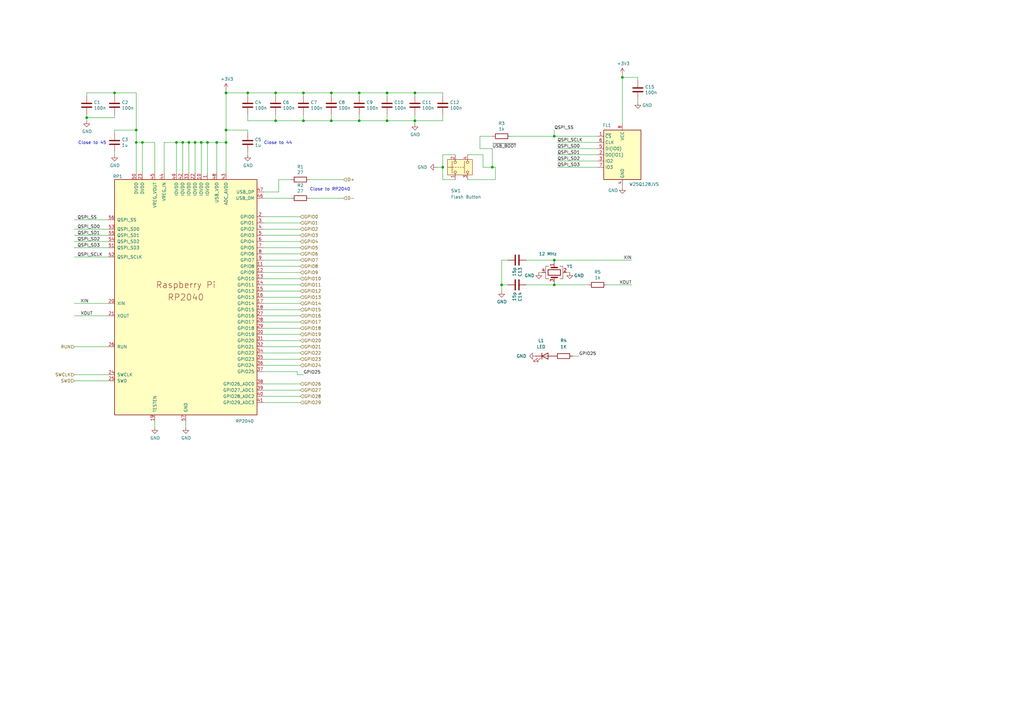
<source format=kicad_sch>
(kicad_sch (version 20231120) (generator "eeschema") (generator_version "8.0")
  (paper "A3")
  (title_block (title "Versa") (date "2024-12-29") (rev "1.0") (company "Mikhail Matveev") (comment 1 "https://github.com/xtremespb/versa"))
  (lib_symbols
    (symbol "Device:C" (pin_numbers hide) (pin_names (offset 0.254))
      (property "Reference" "C" (at 0.635 2.54 0))
      (property "Value" "C" (at 0.635 -2.54 0))
      (symbol "C_0_1"
        (polyline (pts (xy -2.032 -0.762) (xy 2.032 -0.762)) (stroke (width 0.508)))
        (polyline (pts (xy -2.032 0.762) (xy 2.032 0.762)) (stroke (width 0.508)))
      )
      (symbol "C_1_1"
        (pin passive line (at 0 3.81 270) (length 2.794) (name "~") (number "1"))
        (pin passive line (at 0 -3.81 90) (length 2.794) (name "~") (number "2"))
      )
    )
    (symbol "Device:Crystal_GND24" (pin_names (offset 1.016) hide)
      (property "Reference" "Y" (at 3.175 5.08 0))
      (property "Value" "Crystal_GND24" (at 3.175 3.175 0))
      (symbol "Crystal_GND24_0_1"
        (rectangle (start -1.143 2.54) (end 1.143 -2.54) (stroke (width 0.3048)))
        (polyline (pts (xy -2.54 0) (xy -2.032 0)))
        (polyline (pts (xy -2.032 -1.27) (xy -2.032 1.27)) (stroke (width 0.508)))
        (polyline (pts (xy 0 -3.81) (xy 0 -3.556)))
        (polyline (pts (xy 0 3.556) (xy 0 3.81)))
        (polyline (pts (xy 2.032 -1.27) (xy 2.032 1.27)) (stroke (width 0.508)))
        (polyline (pts (xy 2.032 0) (xy 2.54 0)))
        (polyline (pts (xy -2.54 -2.286) (xy -2.54 -3.556) (xy 2.54 -3.556) (xy 2.54 -2.286)))
        (polyline (pts (xy -2.54 2.286) (xy -2.54 3.556) (xy 2.54 3.556) (xy 2.54 2.286)))
      )
      (symbol "Crystal_GND24_1_1"
        (pin passive line (at -3.81 0 0) (length 1.27) (name "1") (number "1"))
        (pin passive line (at 0 5.08 270) (length 1.27) (name "2") (number "2"))
        (pin passive line (at 3.81 0 180) (length 1.27) (name "3") (number "3"))
        (pin passive line (at 0 -5.08 90) (length 1.27) (name "4") (number "4"))
      )
    )
    (symbol "Device:LED" (pin_numbers hide) (pin_names (offset 1.016) hide)
      (property "Reference" "D" (at 0 2.54 0))
      (property "Value" "LED" (at 0 -2.54 0))
      (symbol "LED_0_1"
        (polyline (pts (xy -1.27 -1.27) (xy -1.27 1.27)) (stroke (width 0.254)))
        (polyline (pts (xy -1.27 0) (xy 1.27 0)))
        (polyline (pts (xy 1.27 -1.27) (xy 1.27 1.27) (xy -1.27 0) (xy 1.27 -1.27)) (stroke (width 0.254)))
        (polyline (pts (xy -3.048 -0.762) (xy -4.572 -2.286) (xy -3.81 -2.286) (xy -4.572 -2.286) (xy -4.572 -1.524)))
        (polyline (pts (xy -1.778 -0.762) (xy -3.302 -2.286) (xy -2.54 -2.286) (xy -3.302 -2.286) (xy -3.302 -1.524)))
      )
      (symbol "LED_1_1"
        (pin passive line (at -3.81 0 0) (length 2.54) (name "K") (number "1"))
        (pin passive line (at 3.81 0 180) (length 2.54) (name "A") (number "2"))
      )
    )
    (symbol "Device:R" (pin_numbers hide) (pin_names (offset 0))
      (property "Reference" "R" (at 2.032 0 90))
      (property "Value" "R" (at 0 0 90))
      (symbol "R_0_1"
        (rectangle (start -1.016 -2.54) (end 1.016 2.54) (stroke (width 0.254)))
      )
      (symbol "R_1_1"
        (pin passive line (at 0 3.81 270) (length 1.27) (name "~") (number "1"))
        (pin passive line (at 0 -3.81 90) (length 1.27) (name "~") (number "2"))
      )
    )
    (symbol "GND_1" (power) (pin_numbers hide) (pin_names (offset 0) hide)
      (property "Value" "GND" (at 0 -3.81 0))
      (symbol "GND_1_0_1"
        (polyline (pts (xy 0 0) (xy 0 -1.27) (xy 1.27 -1.27) (xy 0 -2.54) (xy -1.27 -1.27) (xy 0 -1.27)))
      )
      (symbol "GND_1_1_1"
        (pin power_in line (at 0 0 270) (length 0) (name "~") (number "1"))
      )
    )
    (symbol "GND_2" (power) (pin_numbers hide) (pin_names (offset 0) hide)
      (property "Value" "GND" (at 0 -3.81 0))
      (symbol "GND_2_0_1"
        (polyline (pts (xy 0 0) (xy 0 -1.27) (xy 1.27 -1.27) (xy 0 -2.54) (xy -1.27 -1.27) (xy 0 -1.27)))
      )
      (symbol "GND_2_1_1"
        (pin power_in line (at 0 0 270) (length 0) (name "~") (number "1"))
      )
    )
    (symbol "MCU_RaspberryPi_RP2040:RP2040" (pin_names (offset 1.016))
      (property "Reference" "U" (at -29.21 49.53 0))
      (property "Value" "RP2040" (at 24.13 -49.53 0))
      (symbol "RP2040_0_0"
        (text "Raspberry Pi" (at 0 5.08 0) (effects (font (size 2.54 2.54))))
        (text "RP2040" (at 0 0 0) (effects (font (size 2.54 2.54))))
      )
      (symbol "RP2040_0_1"
        (rectangle (start 29.21 48.26) (end -29.21 -48.26) (stroke (width 0.254)) (fill (type background)))
      )
      (symbol "RP2040_1_1"
        (pin power_in line (at 8.89 50.8 270) (length 2.54) (name "IOVDD") (number "1"))
        (pin power_in line (at 6.35 50.8 270) (length 2.54) (name "IOVDD") (number "10"))
        (pin bidirectional line (at 31.75 12.7 180) (length 2.54) (name "GPIO8") (number "11"))
        (pin bidirectional line (at 31.75 10.16 180) (length 2.54) (name "GPIO9") (number "12"))
        (pin bidirectional line (at 31.75 7.62 180) (length 2.54) (name "GPIO10") (number "13"))
        (pin bidirectional line (at 31.75 5.08 180) (length 2.54) (name "GPIO11") (number "14"))
        (pin bidirectional line (at 31.75 2.54 180) (length 2.54) (name "GPIO12") (number "15"))
        (pin bidirectional line (at 31.75 0 180) (length 2.54) (name "GPIO13") (number "16"))
        (pin bidirectional line (at 31.75 -2.54 180) (length 2.54) (name "GPIO14") (number "17"))
        (pin bidirectional line (at 31.75 -5.08 180) (length 2.54) (name "GPIO15") (number "18"))
        (pin passive line (at -12.7 -50.8 90) (length 2.54) (name "TESTEN") (number "19"))
        (pin bidirectional line (at 31.75 33.02 180) (length 2.54) (name "GPIO0") (number "2"))
        (pin input line (at -31.75 -2.54 0) (length 2.54) (name "XIN") (number "20"))
        (pin passive line (at -31.75 -7.62 0) (length 2.54) (name "XOUT") (number "21"))
        (pin power_in line (at 3.81 50.8 270) (length 2.54) (name "IOVDD") (number "22"))
        (pin power_in line (at -17.78 50.8 270) (length 2.54) (name "DVDD") (number "23"))
        (pin output line (at -31.75 -31.75 0) (length 2.54) (name "SWCLK") (number "24"))
        (pin bidirectional line (at -31.75 -34.29 0) (length 2.54) (name "SWD") (number "25"))
        (pin input line (at -31.75 -20.32 0) (length 2.54) (name "RUN") (number "26"))
        (pin bidirectional line (at 31.75 -7.62 180) (length 2.54) (name "GPIO16") (number "27"))
        (pin bidirectional line (at 31.75 -10.16 180) (length 2.54) (name "GPIO17") (number "28"))
        (pin bidirectional line (at 31.75 -12.7 180) (length 2.54) (name "GPIO18") (number "29"))
        (pin bidirectional line (at 31.75 30.48 180) (length 2.54) (name "GPIO1") (number "3"))
        (pin bidirectional line (at 31.75 -15.24 180) (length 2.54) (name "GPIO19") (number "30"))
        (pin bidirectional line (at 31.75 -17.78 180) (length 2.54) (name "GPIO20") (number "31"))
        (pin bidirectional line (at 31.75 -20.32 180) (length 2.54) (name "GPIO21") (number "32"))
        (pin power_in line (at 1.27 50.8 270) (length 2.54) (name "IOVDD") (number "33"))
        (pin bidirectional line (at 31.75 -22.86 180) (length 2.54) (name "GPIO22") (number "34"))
        (pin bidirectional line (at 31.75 -25.4 180) (length 2.54) (name "GPIO23") (number "35"))
        (pin bidirectional line (at 31.75 -27.94 180) (length 2.54) (name "GPIO24") (number "36"))
        (pin bidirectional line (at 31.75 -30.48 180) (length 2.54) (name "GPIO25") (number "37"))
        (pin bidirectional line (at 31.75 -35.56 180) (length 2.54) (name "GPIO26_ADC0") (number "38"))
        (pin bidirectional line (at 31.75 -38.1 180) (length 2.54) (name "GPIO27_ADC1") (number "39"))
        (pin bidirectional line (at 31.75 27.94 180) (length 2.54) (name "GPIO2") (number "4"))
        (pin bidirectional line (at 31.75 -40.64 180) (length 2.54) (name "GPIO28_ADC2") (number "40"))
        (pin bidirectional line (at 31.75 -43.18 180) (length 2.54) (name "GPIO29_ADC3") (number "41"))
        (pin power_in line (at -1.27 50.8 270) (length 2.54) (name "IOVDD") (number "42"))
        (pin power_in line (at 16.51 50.8 270) (length 2.54) (name "ADC_AVDD") (number "43"))
        (pin power_in line (at -8.89 50.8 270) (length 2.54) (name "VREG_IN") (number "44"))
        (pin power_out line (at -12.7 50.8 270) (length 2.54) (name "VREG_VOUT") (number "45"))
        (pin bidirectional line (at 31.75 40.64 180) (length 2.54) (name "USB_DM") (number "46"))
        (pin bidirectional line (at 31.75 43.18 180) (length 2.54) (name "USB_DP") (number "47"))
        (pin power_in line (at 12.7 50.8 270) (length 2.54) (name "USB_VDD") (number "48"))
        (pin power_in line (at -3.81 50.8 270) (length 2.54) (name "IOVDD") (number "49"))
        (pin bidirectional line (at 31.75 25.4 180) (length 2.54) (name "GPIO3") (number "5"))
        (pin power_in line (at -20.32 50.8 270) (length 2.54) (name "DVDD") (number "50"))
        (pin bidirectional line (at -31.75 20.32 0) (length 2.54) (name "QSPI_SD3") (number "51"))
        (pin output line (at -31.75 16.51 0) (length 2.54) (name "QSPI_SCLK") (number "52"))
        (pin bidirectional line (at -31.75 27.94 0) (length 2.54) (name "QSPI_SD0") (number "53"))
        (pin bidirectional line (at -31.75 22.86 0) (length 2.54) (name "QSPI_SD2") (number "54"))
        (pin bidirectional line (at -31.75 25.4 0) (length 2.54) (name "QSPI_SD1") (number "55"))
        (pin bidirectional line (at -31.75 31.75 0) (length 2.54) (name "QSPI_SS") (number "56"))
        (pin power_in line (at 0 -50.8 90) (length 2.54) (name "GND") (number "57"))
        (pin bidirectional line (at 31.75 22.86 180) (length 2.54) (name "GPIO4") (number "6"))
        (pin bidirectional line (at 31.75 20.32 180) (length 2.54) (name "GPIO5") (number "7"))
        (pin bidirectional line (at 31.75 17.78 180) (length 2.54) (name "GPIO6") (number "8"))
        (pin bidirectional line (at 31.75 15.24 180) (length 2.54) (name "GPIO7") (number "9"))
      )
    )
    (symbol "Memory_Flash:W25Q128JVS"
      (property "Reference" "U" (at -8.89 8.89 0))
      (property "Value" "W25Q128JVS" (at 7.62 8.89 0))
      (symbol "W25Q128JVS_0_1"
        (rectangle (start -7.62 10.16) (end 7.62 -10.16) (stroke (width 0.254)) (fill (type background)))
      )
      (symbol "W25Q128JVS_1_1"
        (pin input line (at -10.16 7.62 0) (length 2.54) (name "~{CS}") (number "1"))
        (pin bidirectional line (at -10.16 0 0) (length 2.54) (name "DO(IO1)") (number "2"))
        (pin bidirectional line (at -10.16 -2.54 0) (length 2.54) (name "IO2") (number "3"))
        (pin power_in line (at 0 -12.7 90) (length 2.54) (name "GND") (number "4"))
        (pin bidirectional line (at -10.16 2.54 0) (length 2.54) (name "DI(IO0)") (number "5"))
        (pin input line (at -10.16 5.08 0) (length 2.54) (name "CLK") (number "6"))
        (pin bidirectional line (at -10.16 -5.08 0) (length 2.54) (name "IO3") (number "7"))
        (pin power_in line (at 0 12.7 270) (length 2.54) (name "VCC") (number "8"))
      )
    )
    (symbol "Switch:SW_Push_Dual" (pin_names (offset 1.016) hide)
      (property "Reference" "SW" (at 0 7.62 0))
      (property "Value" "SW_Push_Dual" (at 0 -6.35 0))
      (symbol "SW_Push_Dual_0_1"
        (circle (center -2.032 -2.54) (radius 0.508))
        (circle (center -2.032 2.54) (radius 0.508))
        (polyline (pts (xy 0 -0.508) (xy 0 -1.016)))
        (polyline (pts (xy 0 0.508) (xy 0 0)))
        (polyline (pts (xy 0 1.016) (xy 0 1.524)))
        (polyline (pts (xy 0 2.032) (xy 0 2.54)))
        (polyline (pts (xy 0 3.048) (xy 0 3.556)))
        (polyline (pts (xy 0 3.81) (xy 0 5.588)))
        (polyline (pts (xy 2.54 -1.27) (xy -2.54 -1.27)))
        (polyline (pts (xy 2.54 3.81) (xy -2.54 3.81)))
        (circle (center 2.032 -2.54) (radius 0.508))
        (circle (center 2.032 2.54) (radius 0.508))
        (pin passive line (at -5.08 2.54 0) (length 2.54) (name "1") (number "1"))
        (pin passive line (at 5.08 2.54 180) (length 2.54) (name "2") (number "2"))
        (pin passive line (at -5.08 -2.54 0) (length 2.54) (name "3") (number "3"))
        (pin passive line (at 5.08 -2.54 180) (length 2.54) (name "4") (number "4"))
      )
      (symbol "SW_Push_Dual_1_1"
        (rectangle (start -3.175 5.715) (end 3.175 -4.445) (fill (type background)))
      )
    )
    (symbol "power:+3V3" (power) (pin_names (offset 0))
      (property "Value" "+3V3" (at 0 3.556 0))
      (symbol "+3V3_0_1"
        (polyline (pts (xy -0.762 1.27) (xy 0 2.54)))
        (polyline (pts (xy 0 0) (xy 0 2.54)))
        (polyline (pts (xy 0 2.54) (xy 0.762 1.27)))
      )
      (symbol "+3V3_1_1"
        (pin power_in line (at 0 0 90) (length 0) hide (name "+3V3") (number "1"))
      )
    )
    (symbol "power:GND" (power) (pin_names (offset 0))
      (property "Value" "GND" (at 0 -3.81 0))
      (symbol "GND_0_1"
        (polyline (pts (xy 0 0) (xy 0 -1.27) (xy 1.27 -1.27) (xy 0 -2.54) (xy -1.27 -1.27) (xy 0 -1.27)))
      )
      (symbol "GND_1_1"
        (pin power_in line (at 0 0 270) (length 0) hide (name "GND") (number "1"))
      )
    )
  )
  (junction (at 58.42 58.42))
  (junction (at 205.74 116.84))
  (junction (at 113.03 49.53))
  (junction (at 88.9 58.42))
  (junction (at 101.6 38.1))
  (junction (at 158.75 49.53))
  (junction (at 72.39 58.42))
  (junction (at 170.18 38.1))
  (junction (at 82.55 58.42))
  (junction (at 92.71 53.34))
  (junction (at 170.18 49.53))
  (junction (at 35.56 48.26))
  (junction (at 147.32 49.53))
  (junction (at 80.01 58.42))
  (junction (at 135.89 38.1))
  (junction (at 55.88 53.34))
  (junction (at 113.03 38.1))
  (junction (at 46.99 38.1))
  (junction (at 227.33 55.88))
  (junction (at 135.89 49.53))
  (junction (at 92.71 38.1))
  (junction (at 85.09 58.42))
  (junction (at 74.93 58.42))
  (junction (at 227.33 116.84))
  (junction (at 158.75 38.1))
  (junction (at 124.46 38.1))
  (junction (at 92.71 58.42))
  (junction (at 55.88 58.42))
  (junction (at 77.47 58.42))
  (junction (at 255.27 31.75))
  (junction (at 201.93 68.58))
  (junction (at 227.33 106.68))
  (junction (at 124.46 49.53))
  (junction (at 147.32 38.1))
  (junction (at 181.61 68.58))
  (wire (pts (xy 58.42 58.42) (xy 55.88 58.42)))
  (wire (pts (xy 245.11 60.96) (xy 228.6 60.96)))
  (wire (pts (xy 127 73.66) (xy 140.97 73.66)))
  (wire (pts (xy 107.95 104.14) (xy 123.19 104.14)))
  (wire (pts (xy 181.61 63.5) (xy 181.61 68.58)))
  (wire (pts (xy 121.92 152.4) (xy 107.95 152.4)))
  (wire (pts (xy 46.99 48.26) (xy 46.99 46.99)))
  (wire (pts (xy 170.18 46.99) (xy 170.18 49.53)))
  (wire (pts (xy 196.85 60.96) (xy 196.85 55.88)))
  (wire (pts (xy 255.27 31.75) (xy 255.27 50.8)))
  (wire (pts (xy 114.3 73.66) (xy 114.3 78.74)))
  (wire (pts (xy 82.55 58.42) (xy 85.09 58.42)))
  (wire (pts (xy 158.75 39.37) (xy 158.75 38.1)))
  (wire (pts (xy 92.71 38.1) (xy 101.6 38.1)))
  (wire (pts (xy 101.6 46.99) (xy 101.6 49.53)))
  (wire (pts (xy 101.6 39.37) (xy 101.6 38.1)))
  (wire (pts (xy 67.31 58.42) (xy 72.39 58.42)))
  (wire (pts (xy 205.74 106.68) (xy 205.74 116.84)))
  (wire (pts (xy 261.62 40.64) (xy 261.62 41.91)))
  (wire (pts (xy 181.61 39.37) (xy 181.61 38.1)))
  (wire (pts (xy 107.95 142.24) (xy 123.19 142.24)))
  (wire (pts (xy 107.95 160.02) (xy 123.19 160.02)))
  (wire (pts (xy 113.03 39.37) (xy 113.03 38.1)))
  (wire (pts (xy 261.62 33.02) (xy 261.62 31.75)))
  (wire (pts (xy 101.6 62.23) (xy 101.6 63.5)))
  (wire (pts (xy 80.01 58.42) (xy 82.55 58.42)))
  (wire (pts (xy 215.9 106.68) (xy 227.33 106.68)))
  (wire (pts (xy 92.71 58.42) (xy 92.71 71.12)))
  (wire (pts (xy 63.5 71.12) (xy 63.5 58.42)))
  (wire (pts (xy 30.48 99.06) (xy 44.45 99.06)))
  (wire (pts (xy 107.95 165.1) (xy 123.19 165.1)))
  (wire (pts (xy 201.93 68.58) (xy 201.93 60.96)))
  (wire (pts (xy 113.03 46.99) (xy 113.03 49.53)))
  (wire (pts (xy 46.99 39.37) (xy 46.99 38.1)))
  (wire (pts (xy 227.33 55.88) (xy 245.11 55.88)))
  (wire (pts (xy 107.95 127) (xy 123.19 127)))
  (wire (pts (xy 196.85 55.88) (xy 201.93 55.88)))
  (wire (pts (xy 30.48 124.46) (xy 44.45 124.46)))
  (wire (pts (xy 107.95 96.52) (xy 123.19 96.52)))
  (wire (pts (xy 181.61 46.99) (xy 181.61 49.53)))
  (wire (pts (xy 201.93 68.58) (xy 203.2 68.58)))
  (wire (pts (xy 208.28 106.68) (xy 205.74 106.68)))
  (wire (pts (xy 46.99 62.23) (xy 46.99 63.5)))
  (wire (pts (xy 107.95 101.6) (xy 123.19 101.6)))
  (wire (pts (xy 46.99 54.61) (xy 46.99 53.34)))
  (wire (pts (xy 92.71 53.34) (xy 92.71 58.42)))
  (wire (pts (xy 92.71 38.1) (xy 92.71 53.34)))
  (wire (pts (xy 127 81.28) (xy 140.97 81.28)))
  (wire (pts (xy 101.6 54.61) (xy 101.6 53.34)))
  (wire (pts (xy 88.9 71.12) (xy 88.9 58.42)))
  (wire (pts (xy 158.75 46.99) (xy 158.75 49.53)))
  (wire (pts (xy 55.88 53.34) (xy 55.88 58.42)))
  (wire (pts (xy 44.45 129.54) (xy 30.48 129.54)))
  (wire (pts (xy 191.77 63.5) (xy 198.12 63.5)))
  (wire (pts (xy 44.45 153.67) (xy 30.48 153.67)))
  (wire (pts (xy 107.95 124.46) (xy 123.19 124.46)))
  (wire (pts (xy 215.9 116.84) (xy 227.33 116.84)))
  (wire (pts (xy 107.95 139.7) (xy 123.19 139.7)))
  (wire (pts (xy 147.32 49.53) (xy 135.89 49.53)))
  (wire (pts (xy 72.39 58.42) (xy 74.93 58.42)))
  (wire (pts (xy 245.11 68.58) (xy 228.6 68.58)))
  (wire (pts (xy 101.6 38.1) (xy 113.03 38.1)))
  (wire (pts (xy 220.98 111.76) (xy 222.25 111.76)))
  (wire (pts (xy 228.6 58.42) (xy 245.11 58.42)))
  (wire (pts (xy 107.95 162.56) (xy 123.19 162.56)))
  (wire (pts (xy 181.61 63.5) (xy 186.69 63.5)))
  (wire (pts (xy 67.31 71.12) (xy 67.31 58.42)))
  (wire (pts (xy 88.9 58.42) (xy 92.71 58.42)))
  (wire (pts (xy 46.99 53.34) (xy 55.88 53.34)))
  (wire (pts (xy 209.55 55.88) (xy 227.33 55.88)))
  (wire (pts (xy 35.56 46.99) (xy 35.56 48.26)))
  (wire (pts (xy 135.89 38.1) (xy 147.32 38.1)))
  (wire (pts (xy 107.95 99.06) (xy 123.19 99.06)))
  (wire (pts (xy 107.95 114.3) (xy 123.19 114.3)))
  (wire (pts (xy 147.32 38.1) (xy 158.75 38.1)))
  (wire (pts (xy 227.33 115.57) (xy 227.33 116.84)))
  (wire (pts (xy 55.88 38.1) (xy 55.88 53.34)))
  (wire (pts (xy 245.11 63.5) (xy 228.6 63.5)))
  (wire (pts (xy 170.18 38.1) (xy 181.61 38.1)))
  (wire (pts (xy 208.28 116.84) (xy 205.74 116.84)))
  (wire (pts (xy 191.77 73.66) (xy 203.2 73.66)))
  (wire (pts (xy 227.33 107.95) (xy 227.33 106.68)))
  (wire (pts (xy 114.3 73.66) (xy 119.38 73.66)))
  (wire (pts (xy 30.48 101.6) (xy 44.45 101.6)))
  (wire (pts (xy 107.95 147.32) (xy 123.19 147.32)))
  (wire (pts (xy 203.2 68.58) (xy 203.2 73.66)))
  (wire (pts (xy 107.95 129.54) (xy 123.19 129.54)))
  (wire (pts (xy 80.01 71.12) (xy 80.01 58.42)))
  (wire (pts (xy 147.32 46.99) (xy 147.32 49.53)))
  (wire (pts (xy 72.39 71.12) (xy 72.39 58.42)))
  (wire (pts (xy 30.48 93.98) (xy 44.45 93.98)))
  (wire (pts (xy 198.12 68.58) (xy 198.12 63.5)))
  (wire (pts (xy 107.95 106.68) (xy 123.19 106.68)))
  (wire (pts (xy 255.27 76.835) (xy 255.27 76.2)))
  (wire (pts (xy 227.33 106.68) (xy 259.08 106.68)))
  (wire (pts (xy 181.61 73.66) (xy 186.69 73.66)))
  (wire (pts (xy 158.75 38.1) (xy 170.18 38.1)))
  (wire (pts (xy 113.03 38.1) (xy 124.46 38.1)))
  (wire (pts (xy 63.5 172.72) (xy 63.5 175.26)))
  (wire (pts (xy 107.95 132.08) (xy 123.19 132.08)))
  (wire (pts (xy 234.95 146.05) (xy 237.49 146.05)))
  (wire (pts (xy 248.92 116.84) (xy 259.08 116.84)))
  (wire (pts (xy 107.95 116.84) (xy 123.19 116.84)))
  (wire (pts (xy 107.95 78.74) (xy 114.3 78.74)))
  (wire (pts (xy 124.46 46.99) (xy 124.46 49.53)))
  (wire (pts (xy 255.27 30.48) (xy 255.27 31.75)))
  (wire (pts (xy 147.32 39.37) (xy 147.32 38.1)))
  (wire (pts (xy 227.33 116.84) (xy 241.3 116.84)))
  (wire (pts (xy 107.95 81.28) (xy 119.38 81.28)))
  (wire (pts (xy 35.56 48.26) (xy 46.99 48.26)))
  (wire (pts (xy 124.46 39.37) (xy 124.46 38.1)))
  (wire (pts (xy 107.95 91.44) (xy 123.19 91.44)))
  (wire (pts (xy 158.75 49.53) (xy 147.32 49.53)))
  (wire (pts (xy 92.71 53.34) (xy 101.6 53.34)))
  (wire (pts (xy 205.74 116.84) (xy 205.74 119.38)))
  (wire (pts (xy 170.18 49.53) (xy 181.61 49.53)))
  (wire (pts (xy 55.88 58.42) (xy 55.88 71.12)))
  (wire (pts (xy 201.93 60.96) (xy 196.85 60.96)))
  (wire (pts (xy 44.45 142.24) (xy 30.48 142.24)))
  (wire (pts (xy 44.45 156.21) (xy 30.48 156.21)))
  (wire (pts (xy 170.18 39.37) (xy 170.18 38.1)))
  (wire (pts (xy 85.09 58.42) (xy 88.9 58.42)))
  (wire (pts (xy 121.92 153.67) (xy 124.46 153.67)))
  (wire (pts (xy 107.95 119.38) (xy 123.19 119.38)))
  (wire (pts (xy 135.89 46.99) (xy 135.89 49.53)))
  (wire (pts (xy 113.03 49.53) (xy 101.6 49.53)))
  (wire (pts (xy 63.5 58.42) (xy 58.42 58.42)))
  (wire (pts (xy 135.89 39.37) (xy 135.89 38.1)))
  (wire (pts (xy 245.11 66.04) (xy 228.6 66.04)))
  (wire (pts (xy 124.46 38.1) (xy 135.89 38.1)))
  (wire (pts (xy 107.95 93.98) (xy 123.19 93.98)))
  (wire (pts (xy 198.12 68.58) (xy 201.93 68.58)))
  (wire (pts (xy 135.89 49.53) (xy 124.46 49.53)))
  (wire (pts (xy 92.71 36.83) (xy 92.71 38.1)))
  (wire (pts (xy 121.92 153.67) (xy 121.92 152.4)))
  (wire (pts (xy 232.41 111.76) (xy 233.68 111.76)))
  (wire (pts (xy 107.95 121.92) (xy 123.19 121.92)))
  (wire (pts (xy 227.33 53.34) (xy 227.33 55.88)))
  (wire (pts (xy 124.46 49.53) (xy 113.03 49.53)))
  (wire (pts (xy 77.47 58.42) (xy 80.01 58.42)))
  (wire (pts (xy 46.99 38.1) (xy 55.88 38.1)))
  (wire (pts (xy 107.95 111.76) (xy 123.19 111.76)))
  (wire (pts (xy 30.48 96.52) (xy 44.45 96.52)))
  (wire (pts (xy 85.09 58.42) (xy 85.09 71.12)))
  (wire (pts (xy 181.61 68.58) (xy 181.61 73.66)))
  (wire (pts (xy 107.95 137.16) (xy 123.19 137.16)))
  (wire (pts (xy 35.56 38.1) (xy 46.99 38.1)))
  (wire (pts (xy 35.56 39.37) (xy 35.56 38.1)))
  (wire (pts (xy 35.56 48.26) (xy 35.56 49.53)))
  (wire (pts (xy 158.75 49.53) (xy 170.18 49.53)))
  (wire (pts (xy 74.93 71.12) (xy 74.93 58.42)))
  (wire (pts (xy 179.07 68.58) (xy 181.61 68.58)))
  (wire (pts (xy 76.2 172.72) (xy 76.2 175.26)))
  (wire (pts (xy 44.45 105.41) (xy 30.48 105.41)))
  (wire (pts (xy 74.93 58.42) (xy 77.47 58.42)))
  (wire (pts (xy 170.18 49.53) (xy 170.18 50.8)))
  (wire (pts (xy 44.45 90.17) (xy 30.48 90.17)))
  (wire (pts (xy 107.95 134.62) (xy 123.19 134.62)))
  (wire (pts (xy 107.95 109.22) (xy 123.19 109.22)))
  (wire (pts (xy 77.47 71.12) (xy 77.47 58.42)))
  (wire (pts (xy 58.42 71.12) (xy 58.42 58.42)))
  (wire (pts (xy 107.95 157.48) (xy 123.19 157.48)))
  (wire (pts (xy 107.95 149.86) (xy 123.19 149.86)))
  (wire (pts (xy 261.62 31.75) (xy 255.27 31.75)))
  (wire (pts (xy 107.95 88.9) (xy 123.19 88.9)))
  (wire (pts (xy 82.55 71.12) (xy 82.55 58.42)))
  (wire (pts (xy 107.95 144.78) (xy 123.19 144.78)))
  (text "Close to 44" (at 114.046 58.674 0) (effects (font (size 1.27 1.27))))
  (text "Close to RP2040" (at 135.382 77.724 0) (effects (font (size 1.27 1.27))))
  (text "Close to 45" (at 37.846 58.674 0) (effects (font (size 1.27 1.27))))
  (label "QSPI_SD2" (at 228.6 66.04 0))
  (label "QSPI_SCLK" (at 31.75 105.41 0))
  (label "QSPI_SD0" (at 31.75 93.98 0))
  (label "QSPI_SS" (at 227.33 53.34 0))
  (label "XIN" (at 33.02 124.46 0))
  (label "QSPI_SCLK" (at 228.6 58.42 0))
  (label "QSPI_SD1" (at 31.75 96.52 0))
  (label "QSPI_SD3" (at 31.75 101.6 0))
  (label "GPIO25" (at 237.49 146.05 0))
  (label "XIN" (at 259.08 106.68 180))
  (label "GPIO25" (at 124.46 153.67 0))
  (label "~{USB_BOOT}" (at 201.93 60.96 0))
  (label "QSPI_SD0" (at 228.6 60.96 0))
  (label "XOUT" (at 259.08 116.84 180))
  (label "XOUT" (at 33.02 129.54 0))
  (label "QSPI_SD1" (at 228.6 63.5 0))
  (label "QSPI_SD3" (at 228.6 68.58 0))
  (label "QSPI_SD2" (at 31.75 99.06 0))
  (label "QSPI_SS" (at 31.75 90.17 0))
  (hierarchical_label "GPIO18" (shape input) (at 123.19 134.62 0))
  (hierarchical_label "GPIO29" (shape input) (at 123.19 165.1 0))
  (hierarchical_label "GPIO3" (shape input) (at 123.19 96.52 0))
  (hierarchical_label "GPIO15" (shape input) (at 123.19 127 0))
  (hierarchical_label "GPIO21" (shape input) (at 123.19 142.24 0))
  (hierarchical_label "GPIO16" (shape input) (at 123.19 129.54 0))
  (hierarchical_label "GPIO1" (shape input) (at 123.19 91.44 0))
  (hierarchical_label "D-" (shape input) (at 140.97 81.28 0))
  (hierarchical_label "GPIO11" (shape input) (at 123.19 116.84 0))
  (hierarchical_label "GPIO27" (shape input) (at 123.19 160.02 0))
  (hierarchical_label "D+" (shape input) (at 140.97 73.66 0))
  (hierarchical_label "GPIO20" (shape input) (at 123.19 139.7 0))
  (hierarchical_label "GPIO14" (shape input) (at 123.19 124.46 0))
  (hierarchical_label "GPIO8" (shape input) (at 123.19 109.22 0))
  (hierarchical_label "GPIO26" (shape input) (at 123.19 157.48 0))
  (hierarchical_label "GPIO22" (shape input) (at 123.19 144.78 0))
  (hierarchical_label "GPIO4" (shape input) (at 123.19 99.06 0))
  (hierarchical_label "GPIO7" (shape input) (at 123.19 106.68 0))
  (hierarchical_label "GPIO10" (shape input) (at 123.19 114.3 0))
  (hierarchical_label "SWD" (shape input) (at 30.48 156.21 180))
  (hierarchical_label "GPIO28" (shape input) (at 123.19 162.56 0))
  (hierarchical_label "RUN" (shape input) (at 30.48 142.24 180))
  (hierarchical_label "GPIO23" (shape input) (at 123.19 147.32 0))
  (hierarchical_label "GPIO0" (shape input) (at 123.19 88.9 0))
  (hierarchical_label "GPIO5" (shape input) (at 123.19 101.6 0))
  (hierarchical_label "SWCLK" (shape input) (at 30.48 153.67 180))
  (hierarchical_label "GPIO13" (shape input) (at 123.19 121.92 0))
  (hierarchical_label "GPIO6" (shape input) (at 123.19 104.14 0))
  (hierarchical_label "GPIO2" (shape input) (at 123.19 93.98 0))
  (hierarchical_label "GPIO17" (shape input) (at 123.19 132.08 0))
  (hierarchical_label "GPIO12" (shape input) (at 123.19 119.38 0))
  (hierarchical_label "GPIO9" (shape input) (at 123.19 111.76 0))
  (hierarchical_label "GPIO24" (shape input) (at 123.19 149.86 0))
  (hierarchical_label "GPIO19" (shape input) (at 123.19 137.16 0))
  (symbol (lib_id "Device:C") (at 46.99 43.18 0) (unit 1)
    (property "Reference" "C2" (at 49.911 42.0116 0) (effects (justify left)))
    (property "Value" "100n" (at 49.911 44.323 0) (effects (justify left)))
    (property "Footprint" "LIBS:Medved_C_0805" (effects (hide yes)))
  )
  (symbol (lib_id "MCU_RaspberryPi_RP2040:RP2040") (at 76.2 121.92 0) (unit 1)
    (property "Reference" "RP1" (at 48.26 72.39 0))
    (property "Value" "RP2040" (at 100.33 172.72 0))
    (property "Footprint" "LIBS:RP2040-QFN-56" (effects (hide yes)))
  )
  (symbol (lib_id "Device:R") (at 231.14 146.05 90) (unit 1)
    (property "Reference" "R4" (at 231.14 139.7 90))
    (property "Value" "1K" (at 231.14 142.24 90))
    (property "Footprint" "LIBS:Medved_R_0805" (effects (hide yes)))
    (property "Description" "Resistor" (effects (hide yes)))
  )
  (symbol (lib_id "Device:Crystal_GND24") (at 227.33 111.76 270) (unit 1)
    (property "Reference" "Y1" (at 232.41 109.22 90) (effects (justify left)))
    (property "Value" "12 MHz" (at 220.98 104.14 90) (effects (justify left)))
    (property "Footprint" "LIBS:Medved_CRYSTAL_3225" (effects (hide yes)))
    (property "Description" "ABM8-272-T3" (effects (hide yes)))
  )
  (symbol (lib_id "power:+3V3") (at 92.71 36.83 0) (unit 1)
    (property "Reference" "#PWR05" (effects (hide yes)))
    (property "Value" "+3V3" (at 93.091 32.4358 0))
  )
  (symbol (lib_id "Memory_Flash:W25Q128JVS") (at 255.27 63.5 0) (unit 1)
    (property "Reference" "FL1" (at 248.92 51.435 0))
    (property "Value" "W25Q128JVS" (at 264.16 75.565 0))
    (property "Footprint" "LIBS:Medved_SOIC-8_5.23x5.23mm_P1.27mm" (effects (hide yes)))
    (property "Datasheet" "http://www.winbond.com/resource-files/w25q128jv_dtr%20revc%2003272018%20plus.pdf" (effects (hide yes)))
  )
  (symbol (lib_id "Device:C") (at 135.89 43.18 0) (unit 1)
    (property "Reference" "C8" (at 138.811 42.0116 0) (effects (justify left)))
    (property "Value" "100n" (at 138.811 44.323 0) (effects (justify left)))
    (property "Footprint" "LIBS:Medved_C_0805" (effects (hide yes)))
  )
  (symbol (lib_name "GND_2") (lib_id "power:GND") (at 219.71 146.05 270) (unit 1)
    (property "Reference" "#PWR010" (effects (hide yes)))
    (property "Value" "GND" (at 215.9 146.0499 90) (effects (justify right)))
    (property "Description" "Power symbol creates a global label with name \"GND\" , ground" (effects (hide yes)))
  )
  (symbol (lib_id "Device:R") (at 123.19 81.28 270) (unit 1)
    (property "Reference" "R2" (at 123.19 76.0222 90))
    (property "Value" "27" (at 123.19 78.3336 90))
    (property "Footprint" "LIBS:Medved_R_0805" (effects (hide yes)))
  )
  (symbol (lib_id "Device:R") (at 123.19 73.66 270) (unit 1)
    (property "Reference" "R1" (at 123.19 68.4022 90))
    (property "Value" "27" (at 123.19 70.7136 90))
    (property "Footprint" "LIBS:Medved_R_0805" (effects (hide yes)))
  )
  (symbol (lib_id "power:GND") (at 46.99 63.5 0) (unit 1)
    (property "Reference" "#PWR02" (effects (hide yes)))
    (property "Value" "GND" (at 47.117 67.8942 0))
  )
  (symbol (lib_id "power:+3V3") (at 255.27 30.48 0) (unit 1)
    (property "Reference" "#PWR013" (effects (hide yes)))
    (property "Value" "+3V3" (at 255.651 26.0858 0))
  )
  (symbol (lib_id "Switch:SW_Push_Dual") (at 189.23 68.58 90) (unit 1)
    (property "Reference" "SW1" (at 184.912 78.232 90) (effects (justify right)))
    (property "Value" "Flash Button" (at 184.912 80.772 90) (effects (justify right)))
    (property "Footprint" "LIBS:Button_SMD_3x3x2" (effects (hide yes)))
    (property "Description" "Push button switch, generic, symbol, four pins" (effects (hide yes)))
  )
  (symbol (lib_id "Device:R") (at 245.11 116.84 270) (unit 1)
    (property "Reference" "R5" (at 245.11 111.5822 90))
    (property "Value" "1k" (at 245.11 113.8936 90))
    (property "Footprint" "LIBS:Medved_R_0805" (effects (hide yes)))
  )
  (symbol (lib_id "power:GND") (at 76.2 175.26 0) (unit 1)
    (property "Reference" "#PWR04" (effects (hide yes)))
    (property "Value" "GND" (at 76.327 179.6542 0))
  )
  (symbol (lib_id "Device:C") (at 35.56 43.18 0) (unit 1)
    (property "Reference" "C1" (at 38.481 42.0116 0) (effects (justify left)))
    (property "Value" "100n" (at 38.481 44.323 0) (effects (justify left)))
    (property "Footprint" "LIBS:Medved_C_0805" (effects (hide yes)))
  )
  (symbol (lib_id "power:GND") (at 255.27 76.835 0) (unit 1)
    (property "Reference" "#PWR014" (effects (hide yes)))
    (property "Value" "GND" (at 251.46 78.105 0))
  )
  (symbol (lib_id "power:GND") (at 220.98 111.76 0) (unit 1)
    (property "Reference" "#PWR011" (effects (hide yes)))
    (property "Value" "GND" (at 217.17 113.03 0))
  )
  (symbol (lib_id "power:GND") (at 35.56 49.53 0) (unit 1)
    (property "Reference" "#PWR01" (effects (hide yes)))
    (property "Value" "GND" (at 35.687 53.9242 0))
  )
  (symbol (lib_id "Device:C") (at 101.6 43.18 0) (unit 1)
    (property "Reference" "C4" (at 104.521 42.0116 0) (effects (justify left)))
    (property "Value" "100n" (at 104.521 44.323 0) (effects (justify left)))
    (property "Footprint" "LIBS:Medved_C_0805" (effects (hide yes)))
  )
  (symbol (lib_id "power:GND") (at 233.68 111.76 0) (unit 1)
    (property "Reference" "#PWR012" (effects (hide yes)))
    (property "Value" "GND" (at 237.49 113.03 0))
  )
  (symbol (lib_id "power:GND") (at 261.62 41.91 0) (unit 1)
    (property "Reference" "#PWR015" (effects (hide yes)))
    (property "Value" "GND" (at 265.43 43.18 0))
  )
  (symbol (lib_id "Device:C") (at 113.03 43.18 0) (unit 1)
    (property "Reference" "C6" (at 115.951 42.0116 0) (effects (justify left)))
    (property "Value" "100n" (at 115.951 44.323 0) (effects (justify left)))
    (property "Footprint" "LIBS:Medved_C_0805" (effects (hide yes)))
  )
  (symbol (lib_id "Device:C") (at 101.6 58.42 0) (unit 1)
    (property "Reference" "C5" (at 104.521 57.2516 0) (effects (justify left)))
    (property "Value" "1u" (at 104.521 59.563 0) (effects (justify left)))
    (property "Footprint" "LIBS:Medved_C_0805" (effects (hide yes)))
  )
  (symbol (lib_id "Device:C") (at 261.62 36.83 0) (unit 1)
    (property "Reference" "C15" (at 264.541 35.6616 0) (effects (justify left)))
    (property "Value" "100n" (at 264.541 37.973 0) (effects (justify left)))
    (property "Footprint" "LIBS:Medved_C_0805" (effects (hide yes)))
  )
  (symbol (lib_id "Device:C") (at 212.09 106.68 270) (unit 1)
    (property "Reference" "C13" (at 213.2584 109.601 0) (effects (justify left)))
    (property "Value" "15p" (at 210.947 109.601 0) (effects (justify left)))
    (property "Footprint" "LIBS:Medved_C_0805" (effects (hide yes)))
  )
  (symbol (lib_id "Device:C") (at 181.61 43.18 0) (unit 1)
    (property "Reference" "C12" (at 184.531 42.0116 0) (effects (justify left)))
    (property "Value" "100n" (at 184.531 44.323 0) (effects (justify left)))
    (property "Footprint" "LIBS:Medved_C_0805" (effects (hide yes)))
  )
  (symbol (lib_name "GND_1") (lib_id "power:GND") (at 179.07 68.58 270) (unit 1)
    (property "Reference" "#PWR08" (effects (hide yes)))
    (property "Value" "GND" (at 175.26 68.5799 90) (effects (justify right)))
    (property "Description" "Power symbol creates a global label with name \"GND\" , ground" (effects (hide yes)))
  )
  (symbol (lib_id "Device:C") (at 212.09 116.84 270) (unit 1)
    (property "Reference" "C14" (at 213.2584 119.761 0) (effects (justify left)))
    (property "Value" "15p" (at 210.947 119.761 0) (effects (justify left)))
    (property "Footprint" "LIBS:Medved_C_0805" (effects (hide yes)))
  )
  (symbol (lib_id "Device:LED") (at 223.52 146.05 0) (unit 1)
    (property "Reference" "L1" (at 221.9325 139.7 0))
    (property "Value" "LED" (at 221.9325 142.24 0))
    (property "Footprint" "LIBS:Medved_L_0805" (effects (hide yes)))
    (property "Description" "Light emitting diode" (effects (hide yes)))
  )
  (symbol (lib_id "power:GND") (at 170.18 50.8 0) (unit 1)
    (property "Reference" "#PWR07" (effects (hide yes)))
    (property "Value" "GND" (at 170.307 55.1942 0))
  )
  (symbol (lib_id "power:GND") (at 205.74 119.38 0) (unit 1)
    (property "Reference" "#PWR09" (effects (hide yes)))
    (property "Value" "GND" (at 205.867 123.7742 0))
  )
  (symbol (lib_id "Device:C") (at 46.99 58.42 0) (unit 1)
    (property "Reference" "C3" (at 49.911 57.2516 0) (effects (justify left)))
    (property "Value" "1u" (at 49.911 59.563 0) (effects (justify left)))
    (property "Footprint" "LIBS:Medved_C_0805" (effects (hide yes)))
  )
  (symbol (lib_id "Device:C") (at 124.46 43.18 0) (unit 1)
    (property "Reference" "C7" (at 127.381 42.0116 0) (effects (justify left)))
    (property "Value" "100n" (at 127.381 44.323 0) (effects (justify left)))
    (property "Footprint" "LIBS:Medved_C_0805" (effects (hide yes)))
  )
  (symbol (lib_id "Device:C") (at 170.18 43.18 0) (unit 1)
    (property "Reference" "C11" (at 173.101 42.0116 0) (effects (justify left)))
    (property "Value" "100n" (at 173.101 44.323 0) (effects (justify left)))
    (property "Footprint" "LIBS:Medved_C_0805" (effects (hide yes)))
  )
  (symbol (lib_id "Device:R") (at 205.74 55.88 270) (unit 1)
    (property "Reference" "R3" (at 205.74 50.6222 90))
    (property "Value" "1k" (at 205.74 52.9336 90))
    (property "Footprint" "LIBS:Medved_R_0805" (effects (hide yes)))
  )
  (symbol (lib_id "power:GND") (at 63.5 175.26 0) (unit 1)
    (property "Reference" "#PWR03" (effects (hide yes)))
    (property "Value" "GND" (at 63.627 179.6542 0))
  )
  (symbol (lib_id "power:GND") (at 101.6 63.5 0) (unit 1)
    (property "Reference" "#PWR06" (effects (hide yes)))
    (property "Value" "GND" (at 101.727 67.8942 0))
  )
  (symbol (lib_id "Device:C") (at 147.32 43.18 0) (unit 1)
    (property "Reference" "C9" (at 150.241 42.0116 0) (effects (justify left)))
    (property "Value" "100n" (at 150.241 44.323 0) (effects (justify left)))
    (property "Footprint" "LIBS:Medved_C_0805" (effects (hide yes)))
  )
  (symbol (lib_id "Device:C") (at 158.75 43.18 0) (unit 1)
    (property "Reference" "C10" (at 161.671 42.0116 0) (effects (justify left)))
    (property "Value" "100n" (at 161.671 44.323 0) (effects (justify left)))
    (property "Footprint" "LIBS:Medved_C_0805" (effects (hide yes)))
  )
)
</source>
